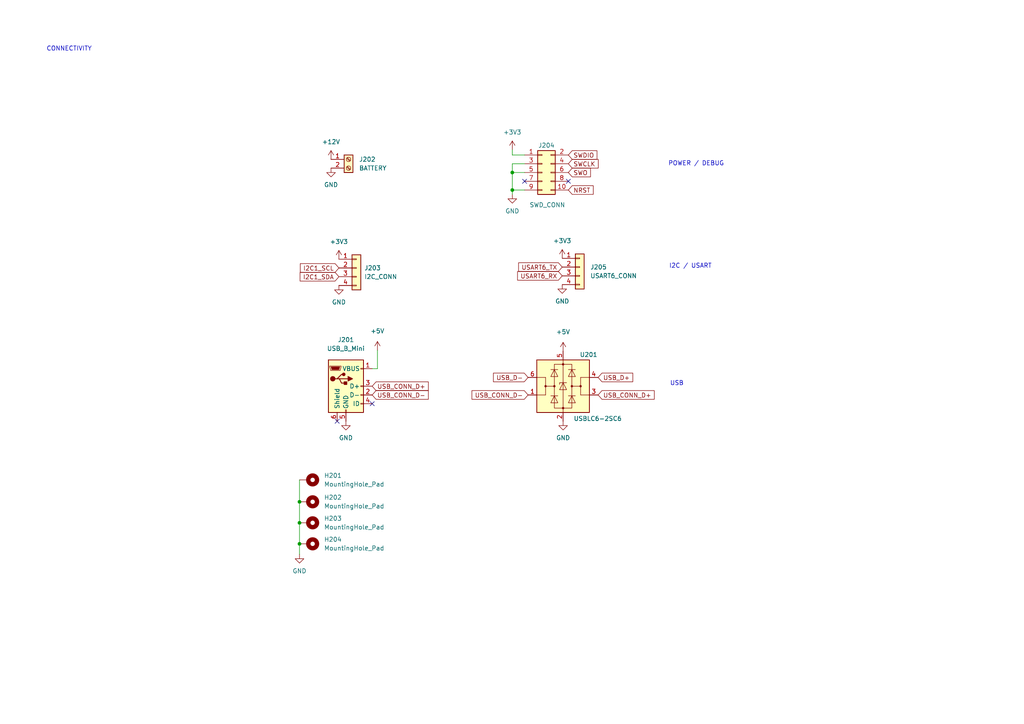
<source format=kicad_sch>
(kicad_sch (version 20211123) (generator eeschema)
  (paper "A4")
  (lib_symbols
    (symbol "Connector:Screw_Terminal_01x02" (pin_names (offset 1.016) hide)
      (property "Reference" "J" (at 0 2.54 0))
      (property "Value" "Screw_Terminal_01x02" (at 0 -5.08 0))
      (symbol "Screw_Terminal_01x02_1_1"
        (rectangle (start -1.27 1.27) (end 1.27 -3.81) (stroke (width 0.254)) (fill (type background)))
        (circle (center 0 -2.54) (radius 0.635) (stroke (width 0.1524)))
        (polyline (pts (xy -0.5334 -2.2098) (xy 0.3302 -3.048)) (stroke (width 0.1524)))
        (polyline (pts (xy -0.5334 0.3302) (xy 0.3302 -0.508)) (stroke (width 0.1524)))
        (polyline (pts (xy -0.3556 -2.032) (xy 0.508 -2.8702)) (stroke (width 0.1524)))
        (polyline (pts (xy -0.3556 0.508) (xy 0.508 -0.3302)) (stroke (width 0.1524)))
        (circle (center 0 0) (radius 0.635) (stroke (width 0.1524)))
        (pin passive line (at -5.08 0 0) (length 3.81) (name "Pin_1") (number "1"))
        (pin passive line (at -5.08 -2.54 0) (length 3.81) (name "Pin_2") (number "2"))
      )
    )
    (symbol "Connector:USB_B_Mini" (pin_names (offset 1.016))
      (property "Reference" "J" (at -5.08 11.43 0))
      (property "Value" "USB_B_Mini" (at -5.08 8.89 0))
      (symbol "USB_B_Mini_0_1"
        (rectangle (start -5.08 -7.62) (end 5.08 7.62) (stroke (width 0.254)) (fill (type background)))
        (circle (center -3.81 2.159) (radius 0.635) (stroke (width 0.254)) (fill (type outline)))
        (circle (center -0.635 3.429) (radius 0.381) (stroke (width 0.254)) (fill (type outline)))
        (rectangle (start -0.127 -7.62) (end 0.127 -6.858))
        (polyline (pts (xy -1.905 2.159) (xy 0.635 2.159)) (stroke (width 0.254)))
        (polyline (pts (xy -3.175 2.159) (xy -2.54 2.159) (xy -1.27 3.429) (xy -0.635 3.429)) (stroke (width 0.254)))
        (polyline (pts (xy -2.54 2.159) (xy -1.905 2.159) (xy -1.27 0.889) (xy 0 0.889)) (stroke (width 0.254)))
        (polyline (pts (xy 0.635 2.794) (xy 0.635 1.524) (xy 1.905 2.159) (xy 0.635 2.794)) (stroke (width 0.254)) (fill (type outline)))
        (polyline (pts (xy -4.318 5.588) (xy -1.778 5.588) (xy -2.032 4.826) (xy -4.064 4.826) (xy -4.318 5.588)) (fill (type outline)))
        (polyline (pts (xy -4.699 5.842) (xy -4.699 5.588) (xy -4.445 4.826) (xy -4.445 4.572) (xy -1.651 4.572) (xy -1.651 4.826) (xy -1.397 5.588) (xy -1.397 5.842) (xy -4.699 5.842)))
        (rectangle (start 0.254 1.27) (end -0.508 0.508) (stroke (width 0.254)) (fill (type outline)))
        (rectangle (start 5.08 -5.207) (end 4.318 -4.953))
        (rectangle (start 5.08 -2.667) (end 4.318 -2.413))
        (rectangle (start 5.08 -0.127) (end 4.318 0.127))
        (rectangle (start 5.08 4.953) (end 4.318 5.207))
      )
      (symbol "USB_B_Mini_1_1"
        (pin power_out line (at 7.62 5.08 180) (length 2.54) (name "VBUS") (number "1"))
        (pin bidirectional line (at 7.62 -2.54 180) (length 2.54) (name "D-") (number "2"))
        (pin bidirectional line (at 7.62 0 180) (length 2.54) (name "D+") (number "3"))
        (pin passive line (at 7.62 -5.08 180) (length 2.54) (name "ID") (number "4"))
        (pin power_out line (at 0 -10.16 90) (length 2.54) (name "GND") (number "5"))
        (pin passive line (at -2.54 -10.16 90) (length 2.54) (name "Shield") (number "6"))
      )
    )
    (symbol "Connector_Generic:Conn_01x04" (pin_names (offset 1.016) hide)
      (property "Reference" "J" (at 0 5.08 0))
      (property "Value" "Conn_01x04" (at 0 -7.62 0))
      (symbol "Conn_01x04_1_1"
        (rectangle (start -1.27 -4.953) (end 0 -5.207) (stroke (width 0.1524)))
        (rectangle (start -1.27 -2.413) (end 0 -2.667) (stroke (width 0.1524)))
        (rectangle (start -1.27 0.127) (end 0 -0.127) (stroke (width 0.1524)))
        (rectangle (start -1.27 2.667) (end 0 2.413) (stroke (width 0.1524)))
        (rectangle (start -1.27 3.81) (end 1.27 -6.35) (stroke (width 0.254)) (fill (type background)))
        (pin passive line (at -5.08 2.54 0) (length 3.81) (name "Pin_1") (number "1"))
        (pin passive line (at -5.08 0 0) (length 3.81) (name "Pin_2") (number "2"))
        (pin passive line (at -5.08 -2.54 0) (length 3.81) (name "Pin_3") (number "3"))
        (pin passive line (at -5.08 -5.08 0) (length 3.81) (name "Pin_4") (number "4"))
      )
    )
    (symbol "Connector_Generic:Conn_02x05_Odd_Even" (pin_names (offset 1.016) hide)
      (property "Reference" "J" (at 1.27 7.62 0))
      (property "Value" "Conn_02x05_Odd_Even" (at 1.27 -7.62 0))
      (symbol "Conn_02x05_Odd_Even_1_1"
        (rectangle (start -1.27 -4.953) (end 0 -5.207) (stroke (width 0.1524)))
        (rectangle (start -1.27 -2.413) (end 0 -2.667) (stroke (width 0.1524)))
        (rectangle (start -1.27 0.127) (end 0 -0.127) (stroke (width 0.1524)))
        (rectangle (start -1.27 2.667) (end 0 2.413) (stroke (width 0.1524)))
        (rectangle (start -1.27 5.207) (end 0 4.953) (stroke (width 0.1524)))
        (rectangle (start -1.27 6.35) (end 3.81 -6.35) (stroke (width 0.254)) (fill (type background)))
        (rectangle (start 3.81 -4.953) (end 2.54 -5.207) (stroke (width 0.1524)))
        (rectangle (start 3.81 -2.413) (end 2.54 -2.667) (stroke (width 0.1524)))
        (rectangle (start 3.81 0.127) (end 2.54 -0.127) (stroke (width 0.1524)))
        (rectangle (start 3.81 2.667) (end 2.54 2.413) (stroke (width 0.1524)))
        (rectangle (start 3.81 5.207) (end 2.54 4.953) (stroke (width 0.1524)))
        (pin passive line (at -5.08 5.08 0) (length 3.81) (name "Pin_1") (number "1"))
        (pin passive line (at 7.62 -5.08 180) (length 3.81) (name "Pin_10") (number "10"))
        (pin passive line (at 7.62 5.08 180) (length 3.81) (name "Pin_2") (number "2"))
        (pin passive line (at -5.08 2.54 0) (length 3.81) (name "Pin_3") (number "3"))
        (pin passive line (at 7.62 2.54 180) (length 3.81) (name "Pin_4") (number "4"))
        (pin passive line (at -5.08 0 0) (length 3.81) (name "Pin_5") (number "5"))
        (pin passive line (at 7.62 0 180) (length 3.81) (name "Pin_6") (number "6"))
        (pin passive line (at -5.08 -2.54 0) (length 3.81) (name "Pin_7") (number "7"))
        (pin passive line (at 7.62 -2.54 180) (length 3.81) (name "Pin_8") (number "8"))
        (pin passive line (at -5.08 -5.08 0) (length 3.81) (name "Pin_9") (number "9"))
      )
    )
    (symbol "Mechanical:MountingHole_Pad" (pin_numbers hide) (pin_names (offset 1.016) hide)
      (property "Reference" "H" (at 0 6.35 0))
      (property "Value" "MountingHole_Pad" (at 0 4.445 0))
      (symbol "MountingHole_Pad_0_1"
        (circle (center 0 1.27) (radius 1.27) (stroke (width 1.27)))
      )
      (symbol "MountingHole_Pad_1_1"
        (pin input line (at 0 -2.54 90) (length 2.54) (name "1") (number "1"))
      )
    )
    (symbol "Power_Protection:USBLC6-2SC6" (pin_names hide)
      (property "Reference" "U" (at 2.54 8.89 0))
      (property "Value" "USBLC6-2SC6" (at 2.54 -8.89 0))
      (symbol "USBLC6-2SC6_0_1"
        (rectangle (start -7.62 -7.62) (end 7.62 7.62) (stroke (width 0.254)) (fill (type background)))
        (circle (center -5.08 0) (radius 0.254) (fill (type outline)))
        (circle (center -2.54 0) (radius 0.254) (fill (type outline)))
        (rectangle (start -2.54 6.35) (end 2.54 -6.35))
        (circle (center 0 -6.35) (radius 0.254) (fill (type outline)))
        (polyline (pts (xy -5.08 -2.54) (xy -7.62 -2.54)))
        (polyline (pts (xy -5.08 0) (xy -5.08 -2.54)))
        (polyline (pts (xy -5.08 2.54) (xy -7.62 2.54)))
        (polyline (pts (xy -1.524 -2.794) (xy -3.556 -2.794)))
        (polyline (pts (xy -1.524 4.826) (xy -3.556 4.826)))
        (polyline (pts (xy 0 -7.62) (xy 0 -6.35)))
        (polyline (pts (xy 0 -6.35) (xy 0 1.27)))
        (polyline (pts (xy 0 1.27) (xy 0 6.35)))
        (polyline (pts (xy 0 6.35) (xy 0 7.62)))
        (polyline (pts (xy 1.524 -2.794) (xy 3.556 -2.794)))
        (polyline (pts (xy 1.524 4.826) (xy 3.556 4.826)))
        (polyline (pts (xy 5.08 -2.54) (xy 7.62 -2.54)))
        (polyline (pts (xy 5.08 0) (xy 5.08 -2.54)))
        (polyline (pts (xy 5.08 2.54) (xy 7.62 2.54)))
        (polyline (pts (xy -2.54 0) (xy -5.08 0) (xy -5.08 2.54)))
        (polyline (pts (xy 2.54 0) (xy 5.08 0) (xy 5.08 2.54)))
        (polyline (pts (xy -3.556 -4.826) (xy -1.524 -4.826) (xy -2.54 -2.794) (xy -3.556 -4.826)))
        (polyline (pts (xy -3.556 2.794) (xy -1.524 2.794) (xy -2.54 4.826) (xy -3.556 2.794)))
        (polyline (pts (xy -1.016 -1.016) (xy 1.016 -1.016) (xy 0 1.016) (xy -1.016 -1.016)))
        (polyline (pts (xy 1.016 1.016) (xy 0.762 1.016) (xy -1.016 1.016) (xy -1.016 0.508)))
        (polyline (pts (xy 3.556 -4.826) (xy 1.524 -4.826) (xy 2.54 -2.794) (xy 3.556 -4.826)))
        (polyline (pts (xy 3.556 2.794) (xy 1.524 2.794) (xy 2.54 4.826) (xy 3.556 2.794)))
        (circle (center 0 6.35) (radius 0.254) (fill (type outline)))
        (circle (center 2.54 0) (radius 0.254) (fill (type outline)))
        (circle (center 5.08 0) (radius 0.254) (fill (type outline)))
      )
      (symbol "USBLC6-2SC6_1_1"
        (pin passive line (at -10.16 -2.54 0) (length 2.54) (name "I/O1") (number "1"))
        (pin passive line (at 0 -10.16 90) (length 2.54) (name "GND") (number "2"))
        (pin passive line (at 10.16 -2.54 180) (length 2.54) (name "I/O2") (number "3"))
        (pin passive line (at 10.16 2.54 180) (length 2.54) (name "I/O2") (number "4"))
        (pin passive line (at 0 10.16 270) (length 2.54) (name "VBUS") (number "5"))
        (pin passive line (at -10.16 2.54 0) (length 2.54) (name "I/O1") (number "6"))
      )
    )
    (symbol "power:+12V" (power) (pin_names (offset 0))
      (property "Value" "+12V" (at 0 3.556 0))
      (symbol "+12V_0_1"
        (polyline (pts (xy -0.762 1.27) (xy 0 2.54)))
        (polyline (pts (xy 0 0) (xy 0 2.54)))
        (polyline (pts (xy 0 2.54) (xy 0.762 1.27)))
      )
      (symbol "+12V_1_1"
        (pin power_in line (at 0 0 90) (length 0) hide (name "+12V") (number "1"))
      )
    )
    (symbol "power:+3.3V" (power) (pin_names (offset 0))
      (property "Value" "+3.3V" (at 0 3.556 0))
      (symbol "+3.3V_0_1"
        (polyline (pts (xy -0.762 1.27) (xy 0 2.54)))
        (polyline (pts (xy 0 0) (xy 0 2.54)))
        (polyline (pts (xy 0 2.54) (xy 0.762 1.27)))
      )
      (symbol "+3.3V_1_1"
        (pin power_in line (at 0 0 90) (length 0) hide (name "+3V3") (number "1"))
      )
    )
    (symbol "power:+5V" (power) (pin_names (offset 0))
      (property "Value" "+5V" (at 0 3.556 0))
      (symbol "+5V_0_1"
        (polyline (pts (xy -0.762 1.27) (xy 0 2.54)))
        (polyline (pts (xy 0 0) (xy 0 2.54)))
        (polyline (pts (xy 0 2.54) (xy 0.762 1.27)))
      )
      (symbol "+5V_1_1"
        (pin power_in line (at 0 0 90) (length 0) hide (name "+5V") (number "1"))
      )
    )
    (symbol "power:GND" (power) (pin_names (offset 0))
      (property "Value" "GND" (at 0 -3.81 0))
      (symbol "GND_0_1"
        (polyline (pts (xy 0 0) (xy 0 -1.27) (xy 1.27 -1.27) (xy 0 -2.54) (xy -1.27 -1.27) (xy 0 -1.27)))
      )
      (symbol "GND_1_1"
        (pin power_in line (at 0 0 270) (length 0) hide (name "GND") (number "1"))
      )
    )
  )
  (junction (at 86.868 151.638))
  (junction (at 148.59 50.038))
  (junction (at 148.59 55.118))
  (junction (at 86.868 145.542))
  (junction (at 86.868 157.734))
  (no_connect (at 164.846 52.578))
  (no_connect (at 152.146 52.578))
  (no_connect (at 107.95 117.094))
  (no_connect (at 97.79 122.174))
  (wire (pts (xy 148.59 56.388) (xy 148.59 55.118)))
  (wire (pts (xy 86.868 151.638) (xy 86.868 157.734)))
  (wire (pts (xy 148.59 44.958) (xy 152.146 44.958)))
  (wire (pts (xy 109.474 106.934) (xy 109.474 101.6)))
  (wire (pts (xy 86.868 157.734) (xy 86.868 160.782)))
  (wire (pts (xy 152.146 50.038) (xy 148.59 50.038)))
  (wire (pts (xy 107.95 106.934) (xy 109.474 106.934)))
  (wire (pts (xy 148.59 47.498) (xy 148.59 50.038)))
  (wire (pts (xy 148.59 55.118) (xy 152.146 55.118)))
  (wire (pts (xy 152.146 47.498) (xy 148.59 47.498)))
  (wire (pts (xy 86.868 139.192) (xy 86.868 145.542)))
  (wire (pts (xy 148.59 43.434) (xy 148.59 44.958)))
  (wire (pts (xy 148.59 50.038) (xy 148.59 55.118)))
  (wire (pts (xy 86.868 145.542) (xy 86.868 151.638)))
  (text "POWER / DEBUG\n" (at 193.802 48.26 0) (effects (font (size 1.27 1.27)) (justify left bottom)))
  (text "USB\n" (at 194.31 112.014 0) (effects (font (size 1.27 1.27)) (justify left bottom)))
  (text "CONNECTIVITY\n" (at 13.462 14.986 0) (effects (font (size 1.27 1.27)) (justify left bottom)))
  (text "I2C / USART\n" (at 194.056 77.978 0) (effects (font (size 1.27 1.27)) (justify left bottom)))
  (global_label "I2C1_SDA" (shape input) (at 98.298 80.264 180) (property "Intersheet References" "${INTERSHEET_REFS}" (effects hide)))
  (global_label "SWDIO" (shape input) (at 164.846 44.958 0) (property "Intersheet References" "${INTERSHEET_REFS}" (effects hide)))
  (global_label "NRST" (shape input) (at 164.846 55.118 0) (property "Intersheet References" "${INTERSHEET_REFS}" (effects hide)))
  (global_label "USB_D-" (shape input) (at 153.162 109.474 180) (property "Intersheet References" "${INTERSHEET_REFS}" (effects hide)))
  (global_label "USB_CONN_D+" (shape input) (at 173.482 114.554 0) (property "Intersheet References" "${INTERSHEET_REFS}" (effects hide)))
  (global_label "USB_CONN_D-" (shape input) (at 107.95 114.554 0) (property "Intersheet References" "${INTERSHEET_REFS}" (effects hide)))
  (global_label "USB_CONN_D-" (shape input) (at 153.162 114.554 180) (property "Intersheet References" "${INTERSHEET_REFS}" (effects hide)))
  (global_label "USART6_RX" (shape input) (at 163.068 80.01 180) (property "Intersheet References" "${INTERSHEET_REFS}" (effects hide)))
  (global_label "SWO" (shape input) (at 164.846 50.038 0) (property "Intersheet References" "${INTERSHEET_REFS}" (effects hide)))
  (global_label "USART6_TX" (shape input) (at 163.068 77.47 180) (property "Intersheet References" "${INTERSHEET_REFS}" (effects hide)))
  (global_label "SWCLK" (shape input) (at 164.846 47.498 0) (property "Intersheet References" "${INTERSHEET_REFS}" (effects hide)))
  (global_label "I2C1_SCL" (shape input) (at 98.298 77.724 180) (property "Intersheet References" "${INTERSHEET_REFS}" (effects hide)))
  (global_label "USB_CONN_D+" (shape input) (at 107.95 112.014 0) (property "Intersheet References" "${INTERSHEET_REFS}" (effects hide)))
  (global_label "USB_D+" (shape input) (at 173.482 109.474 0) (property "Intersheet References" "${INTERSHEET_REFS}" (effects hide)))
  (symbol (lib_id "power:+3.3V") (at 148.59 43.434 0) (unit 1)
    (property "Reference" "#PWR0208" (effects hide))
    (property "Value" "+3.3V" (at 148.59 38.354 0))
  )
  (symbol (lib_id "power:+12V") (at 96.012 46.228 0) (unit 1)
    (property "Reference" "#PWR0202" (effects hide))
    (property "Value" "+12V" (at 96.012 41.148 0))
  )
  (symbol (lib_id "power:+3.3V") (at 98.298 75.184 0) (unit 1)
    (property "Reference" "#PWR0204" (effects hide))
    (property "Value" "+3.3V" (at 98.298 70.104 0))
  )
  (symbol (lib_id "power:GND") (at 100.33 122.174 0) (unit 1)
    (property "Reference" "#PWR0206" (effects hide))
    (property "Value" "GND" (at 100.33 127 0))
  )
  (symbol (lib_id "Mechanical:MountingHole_Pad") (at 89.408 157.734 270) (unit 1)
    (property "Reference" "H204" (at 93.98 156.4639 90) (effects (justify left)))
    (property "Value" "MountingHole_Pad" (at 93.98 159.0039 90) (effects (justify left)))
    (property "Footprint" "MountingHole:MountingHole_4.3mm_M4_Pad_Via" (effects hide))
  )
  (symbol (lib_id "power:+5V") (at 109.474 101.6 0) (unit 1)
    (property "Reference" "#PWR0207" (effects hide))
    (property "Value" "+5V" (at 109.474 96.012 0))
  )
  (symbol (lib_id "Power_Protection:USBLC6-2SC6") (at 163.322 112.014 0) (unit 1)
    (property "Reference" "U201" (at 168.148 102.87 0) (effects (justify left)))
    (property "Value" "USBLC6-2SC6" (at 166.37 121.412 0) (effects (justify left)))
    (property "Footprint" "Package_TO_SOT_SMD:SOT-23-6" (effects hide))
    (property "Datasheet" "https://www.st.com/resource/en/datasheet/usblc6-2.pdf" (effects hide))
    (property "LCSC Part #" "C2827654" (effects hide))
  )
  (symbol (lib_id "Connector_Generic:Conn_01x04") (at 103.378 77.724 0) (unit 1)
    (property "Reference" "J203" (at 105.664 77.7239 0) (effects (justify left)))
    (property "Value" "I2C_CONN" (at 105.664 80.2639 0) (effects (justify left)))
    (property "Footprint" "Connector_Molex:Molex_PicoBlade_53048-0410_1x04_P1.25mm_Horizontal" (effects hide))
  )
  (symbol (lib_id "power:GND") (at 98.298 82.804 0) (unit 1)
    (property "Reference" "#PWR0205" (effects hide))
    (property "Value" "GND" (at 98.298 87.63 0))
  )
  (symbol (lib_id "power:GND") (at 163.322 122.174 0) (unit 1)
    (property "Reference" "#PWR0213" (effects hide))
    (property "Value" "GND" (at 163.322 127 0))
  )
  (symbol (lib_id "power:GND") (at 148.59 56.388 0) (unit 1)
    (property "Reference" "#PWR0209" (effects hide))
    (property "Value" "GND" (at 148.59 61.214 0))
  )
  (symbol (lib_id "Connector:USB_B_Mini") (at 100.33 112.014 0) (unit 1)
    (property "Reference" "J201" (at 100.33 98.552 0))
    (property "Value" "USB_B_Mini" (at 100.33 101.092 0))
    (property "Footprint" "Connector_USB:USB_Mini-B_Wuerth_65100516121_Horizontal" (effects hide))
  )
  (symbol (lib_id "Connector_Generic:Conn_01x04") (at 168.148 77.47 0) (unit 1)
    (property "Reference" "J205" (at 171.196 77.4699 0) (effects (justify left)))
    (property "Value" "USART6_CONN" (at 171.196 80.0099 0) (effects (justify left)))
    (property "Footprint" "Connector_Molex:Molex_PicoBlade_53048-0410_1x04_P1.25mm_Horizontal" (effects hide))
  )
  (symbol (lib_id "Mechanical:MountingHole_Pad") (at 89.408 139.192 270) (unit 1)
    (property "Reference" "H201" (at 93.98 137.9219 90) (effects (justify left)))
    (property "Value" "MountingHole_Pad" (at 93.98 140.4619 90) (effects (justify left)))
    (property "Footprint" "MountingHole:MountingHole_4.3mm_M4_Pad_Via" (effects hide))
  )
  (symbol (lib_id "power:GND") (at 163.068 82.55 0) (unit 1)
    (property "Reference" "#PWR0211" (effects hide))
    (property "Value" "GND" (at 163.068 87.376 0))
  )
  (symbol (lib_id "power:GND") (at 96.012 48.768 0) (unit 1)
    (property "Reference" "#PWR0203" (effects hide))
    (property "Value" "GND" (at 96.012 53.594 0))
  )
  (symbol (lib_id "power:+3.3V") (at 163.068 74.93 0) (unit 1)
    (property "Reference" "#PWR0210" (effects hide))
    (property "Value" "+3.3V" (at 163.068 69.85 0))
  )
  (symbol (lib_id "power:GND") (at 86.868 160.782 0) (unit 1)
    (property "Reference" "#PWR0201" (effects hide))
    (property "Value" "GND" (at 86.868 165.608 0))
  )
  (symbol (lib_id "power:+5V") (at 163.322 101.854 0) (unit 1)
    (property "Reference" "#PWR0212" (effects hide))
    (property "Value" "+5V" (at 163.322 96.266 0))
  )
  (symbol (lib_id "Connector:Screw_Terminal_01x02") (at 101.092 46.228 0) (unit 1)
    (property "Reference" "J202" (at 104.14 46.2279 0) (effects (justify left)))
    (property "Value" "BATTERY" (at 104.14 48.7679 0) (effects (justify left)))
    (property "Footprint" "TerminalBlock_Phoenix:TerminalBlock_Phoenix_PT-1,5-2-3.5-H_1x02_P3.50mm_Horizontal" (effects hide))
  )
  (symbol (lib_id "Mechanical:MountingHole_Pad") (at 89.408 151.638 270) (unit 1)
    (property "Reference" "H203" (at 93.98 150.3679 90) (effects (justify left)))
    (property "Value" "MountingHole_Pad" (at 93.98 152.9079 90) (effects (justify left)))
    (property "Footprint" "MountingHole:MountingHole_4.3mm_M4_Pad_Via" (effects hide))
  )
  (symbol (lib_id "Mechanical:MountingHole_Pad") (at 89.408 145.542 270) (unit 1)
    (property "Reference" "H202" (at 93.98 144.2719 90) (effects (justify left)))
    (property "Value" "MountingHole_Pad" (at 93.98 146.8119 90) (effects (justify left)))
    (property "Footprint" "MountingHole:MountingHole_4.3mm_M4_Pad_Via" (effects hide))
  )
  (symbol (lib_id "Connector_Generic:Conn_02x05_Odd_Even") (at 157.226 50.038 0) (unit 1)
    (property "Reference" "J204" (at 158.496 42.164 0))
    (property "Value" "SWD_CONN" (at 158.75 59.436 0))
    (property "Footprint" "Connector_PinHeader_1.27mm:PinHeader_2x05_P1.27mm_Vertical_SMD" (effects hide))
  )
)
</source>
